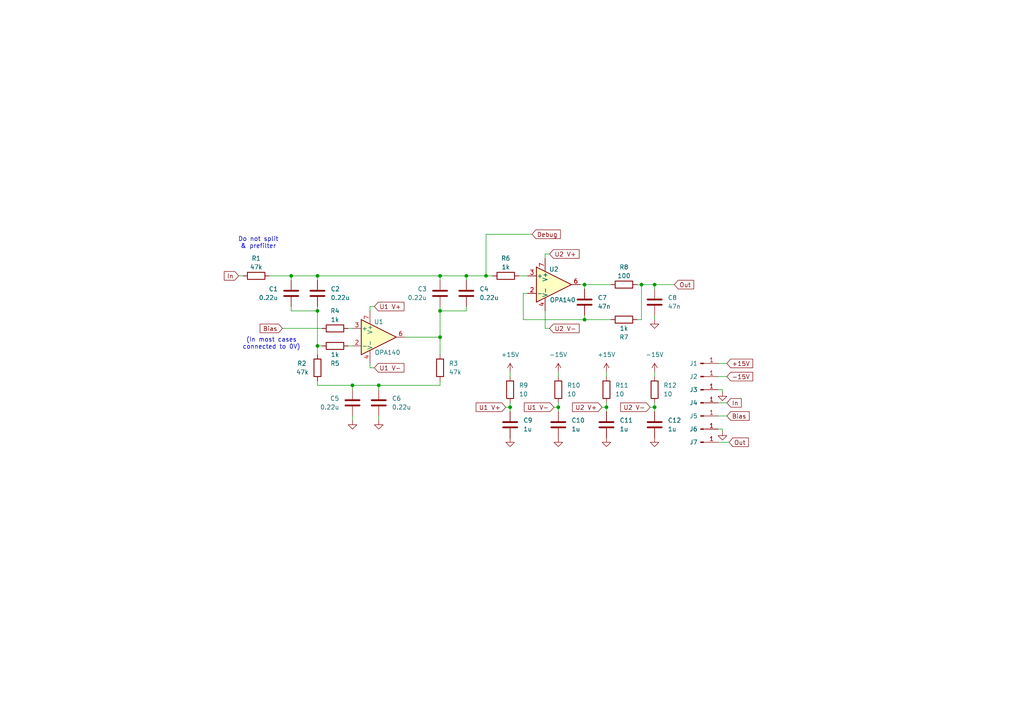
<source format=kicad_sch>
(kicad_sch (version 20231120) (generator "eeschema") (generator_version "8.0")
  (paper "A4")
  (lib_symbols
    (symbol "Amplifier_Operational:OPA188xxD" (pin_names (offset 0.127))
      (property "Reference" "U" (at 0 6.35 0))
      (property "Value" "OPA188xxD" (at 0 3.81 0))
      (symbol "OPA188xxD_0_1"
        (polyline (pts (xy -5.08 5.08) (xy 5.08 0) (xy -5.08 -5.08) (xy -5.08 5.08)) (stroke (width 0.254)) (fill (type background)))
      )
      (symbol "OPA188xxD_1_1"
        (pin no_connect line (at -2.54 2.54 270) (length 2.54) hide (name "NC") (number "1"))
        (pin input line (at -7.62 -2.54 0) (length 2.54) (name "-") (number "2"))
        (pin input line (at -7.62 2.54 0) (length 2.54) (name "+") (number "3"))
        (pin power_in line (at -2.54 -7.62 90) (length 3.81) (name "V-") (number "4"))
        (pin no_connect line (at 0 2.54 270) (length 2.54) hide (name "NC") (number "5"))
        (pin output line (at 7.62 0 180) (length 2.54) (name "~") (number "6"))
        (pin power_in line (at -2.54 7.62 270) (length 3.81) (name "V+") (number "7"))
        (pin no_connect line (at 0 -2.54 90) (length 2.54) hide (name "NC") (number "8"))
      )
    )
    (symbol "Connector:Conn_01x01_Pin" (pin_names (offset 1.016) hide)
      (property "Reference" "J" (at 0 2.54 0))
      (property "Value" "Conn_01x01_Pin" (at 0 -2.54 0))
      (symbol "Conn_01x01_Pin_1_1"
        (polyline (pts (xy 1.27 0) (xy 0.8636 0)) (stroke (width 0.1524)))
        (rectangle (start 0.8636 0.127) (end 0 -0.127) (stroke (width 0.1524)) (fill (type outline)))
        (pin passive line (at 5.08 0 180) (length 3.81) (name "Pin_1") (number "1"))
      )
    )
    (symbol "Device:C" (pin_numbers hide) (pin_names (offset 0.254))
      (property "Reference" "C" (at 0.635 2.54 0))
      (property "Value" "C" (at 0.635 -2.54 0))
      (symbol "C_0_1"
        (polyline (pts (xy -2.032 -0.762) (xy 2.032 -0.762)) (stroke (width 0.508)))
        (polyline (pts (xy -2.032 0.762) (xy 2.032 0.762)) (stroke (width 0.508)))
      )
      (symbol "C_1_1"
        (pin passive line (at 0 3.81 270) (length 2.794) (name "~") (number "1"))
        (pin passive line (at 0 -3.81 90) (length 2.794) (name "~") (number "2"))
      )
    )
    (symbol "Device:R" (pin_numbers hide) (pin_names (offset 0))
      (property "Reference" "R" (at 2.032 0 90))
      (property "Value" "R" (at 0 0 90))
      (symbol "R_0_1"
        (rectangle (start -1.016 -2.54) (end 1.016 2.54) (stroke (width 0.254)))
      )
      (symbol "R_1_1"
        (pin passive line (at 0 3.81 270) (length 1.27) (name "~") (number "1"))
        (pin passive line (at 0 -3.81 90) (length 1.27) (name "~") (number "2"))
      )
    )
    (symbol "OPA188xxD_1" (pin_names (offset 0.127))
      (property "Reference" "U2" (at 0 4.445 0))
      (property "Value" "OPA140" (at 2.54 -4.445 0))
      (symbol "OPA188xxD_1_0_1"
        (polyline (pts (xy -5.08 5.08) (xy 5.08 0) (xy -5.08 -5.08) (xy -5.08 5.08)) (stroke (width 0.254)) (fill (type background)))
      )
      (symbol "OPA188xxD_1_1_1"
        (pin no_connect line (at -2.54 2.54 270) (length 2.54) hide (name "NC") (number "1"))
        (pin input line (at -7.62 -2.54 0) (length 2.54) (name "-") (number "2"))
        (pin input line (at -7.62 2.54 0) (length 2.54) (name "+") (number "3"))
        (pin power_in line (at -2.54 -7.62 90) (length 3.81) (name "V-") (number "4"))
        (pin no_connect line (at 17.78 22.86 270) (length 2.54) hide (name "NC") (number "5"))
        (pin output line (at 7.62 0 180) (length 2.54) (name "~") (number "6"))
        (pin power_in line (at -2.54 7.62 270) (length 3.81) (name "V+") (number "7"))
        (pin passive line (at 26.67 17.78 90) (length 2.54) hide (name "NC") (number "8"))
      )
    )
    (symbol "power:+15V" (power) (pin_names (offset 0))
      (property "Value" "+15V" (at 0 3.556 0))
      (symbol "+15V_0_1"
        (polyline (pts (xy -0.762 1.27) (xy 0 2.54)))
        (polyline (pts (xy 0 0) (xy 0 2.54)))
        (polyline (pts (xy 0 2.54) (xy 0.762 1.27)))
      )
      (symbol "+15V_1_1"
        (pin power_in line (at 0 0 90) (length 0) hide (name "+15V") (number "1"))
      )
    )
    (symbol "power:GND" (power) (pin_names (offset 0))
      (property "Value" "GND" (at 0 -3.81 0))
      (symbol "GND_0_1"
        (polyline (pts (xy 0 0) (xy 0 -1.27) (xy 1.27 -1.27) (xy 0 -2.54) (xy -1.27 -1.27) (xy 0 -1.27)))
      )
      (symbol "GND_1_1"
        (pin power_in line (at 0 0 270) (length 0) hide (name "GND") (number "1"))
      )
    )
  )
  (junction (at 189.865 118.11))
  (junction (at 140.97 80.01))
  (junction (at 102.235 111.76))
  (junction (at 186.055 82.55))
  (junction (at 189.865 82.55))
  (junction (at 92.075 80.01))
  (junction (at 92.075 90.17))
  (junction (at 169.545 82.55))
  (junction (at 92.075 100.33))
  (junction (at 147.955 118.11))
  (junction (at 127.635 90.17))
  (junction (at 127.635 97.79))
  (junction (at 135.255 80.01))
  (junction (at 84.455 80.01))
  (junction (at 127.635 80.01))
  (junction (at 169.545 92.71))
  (junction (at 109.855 111.76))
  (junction (at 161.925 118.11))
  (junction (at 175.895 118.11))
  (wire (pts (xy 184.785 92.71) (xy 186.055 92.71)))
  (wire (pts (xy 84.455 90.17) (xy 92.075 90.17)))
  (wire (pts (xy 140.97 80.01) (xy 142.875 80.01)))
  (wire (pts (xy 208.28 105.41) (xy 210.82 105.41)))
  (wire (pts (xy 175.895 118.11) (xy 175.895 119.38)))
  (wire (pts (xy 92.075 90.17) (xy 92.075 100.33)))
  (wire (pts (xy 158.115 90.17) (xy 158.115 95.25)))
  (wire (pts (xy 135.255 88.9) (xy 135.255 90.17)))
  (wire (pts (xy 169.545 91.44) (xy 169.545 92.71)))
  (wire (pts (xy 107.315 88.9) (xy 108.585 88.9)))
  (wire (pts (xy 93.345 95.25) (xy 81.915 95.25)))
  (wire (pts (xy 107.315 106.68) (xy 107.315 105.41)))
  (wire (pts (xy 135.255 80.01) (xy 140.97 80.01)))
  (wire (pts (xy 160.655 118.11) (xy 161.925 118.11)))
  (wire (pts (xy 109.855 120.65) (xy 109.855 121.92)))
  (wire (pts (xy 102.235 95.25) (xy 100.965 95.25)))
  (wire (pts (xy 92.075 111.76) (xy 102.235 111.76)))
  (wire (pts (xy 189.865 82.55) (xy 195.58 82.55)))
  (wire (pts (xy 208.28 128.27) (xy 211.455 128.27)))
  (wire (pts (xy 161.925 116.84) (xy 161.925 118.11)))
  (wire (pts (xy 92.075 100.33) (xy 92.075 102.87)))
  (wire (pts (xy 151.765 85.09) (xy 151.765 92.71)))
  (wire (pts (xy 174.625 118.11) (xy 175.895 118.11)))
  (wire (pts (xy 92.075 88.9) (xy 92.075 90.17)))
  (wire (pts (xy 169.545 83.82) (xy 169.545 82.55)))
  (wire (pts (xy 184.785 82.55) (xy 186.055 82.55)))
  (wire (pts (xy 108.585 106.68) (xy 107.315 106.68)))
  (wire (pts (xy 158.115 73.66) (xy 158.115 74.93)))
  (wire (pts (xy 175.895 107.95) (xy 175.895 109.22)))
  (wire (pts (xy 189.865 118.11) (xy 189.865 119.38)))
  (wire (pts (xy 161.925 107.95) (xy 161.925 109.22)))
  (wire (pts (xy 158.115 95.25) (xy 159.385 95.25)))
  (wire (pts (xy 208.28 113.03) (xy 209.55 113.03)))
  (wire (pts (xy 208.28 120.65) (xy 210.82 120.65)))
  (wire (pts (xy 175.895 116.84) (xy 175.895 118.11)))
  (wire (pts (xy 208.28 124.46) (xy 209.55 124.46)))
  (wire (pts (xy 208.28 109.22) (xy 210.82 109.22)))
  (wire (pts (xy 127.635 90.17) (xy 127.635 97.79)))
  (wire (pts (xy 127.635 88.9) (xy 127.635 90.17)))
  (wire (pts (xy 109.855 111.76) (xy 127.635 111.76)))
  (wire (pts (xy 151.765 92.71) (xy 169.545 92.71)))
  (wire (pts (xy 107.315 90.17) (xy 107.315 88.9)))
  (wire (pts (xy 140.97 67.945) (xy 140.97 80.01)))
  (wire (pts (xy 159.385 73.66) (xy 158.115 73.66)))
  (wire (pts (xy 109.855 111.76) (xy 109.855 113.03)))
  (wire (pts (xy 146.685 118.11) (xy 147.955 118.11)))
  (wire (pts (xy 84.455 80.01) (xy 92.075 80.01)))
  (wire (pts (xy 102.235 111.76) (xy 109.855 111.76)))
  (wire (pts (xy 208.28 116.84) (xy 210.82 116.84)))
  (wire (pts (xy 189.865 116.84) (xy 189.865 118.11)))
  (wire (pts (xy 161.925 118.11) (xy 161.925 119.38)))
  (wire (pts (xy 135.255 80.01) (xy 135.255 81.28)))
  (wire (pts (xy 188.595 118.11) (xy 189.865 118.11)))
  (wire (pts (xy 147.955 118.11) (xy 147.955 119.38)))
  (wire (pts (xy 78.105 80.01) (xy 84.455 80.01)))
  (wire (pts (xy 84.455 88.9) (xy 84.455 90.17)))
  (wire (pts (xy 92.075 111.76) (xy 92.075 110.49)))
  (wire (pts (xy 93.345 100.33) (xy 92.075 100.33)))
  (wire (pts (xy 102.235 100.33) (xy 100.965 100.33)))
  (wire (pts (xy 147.955 116.84) (xy 147.955 118.11)))
  (wire (pts (xy 127.635 90.17) (xy 135.255 90.17)))
  (wire (pts (xy 102.235 111.76) (xy 102.235 113.03)))
  (wire (pts (xy 168.275 82.55) (xy 169.545 82.55)))
  (wire (pts (xy 147.955 107.95) (xy 147.955 109.22)))
  (wire (pts (xy 189.865 82.55) (xy 189.865 83.82)))
  (wire (pts (xy 92.075 81.28) (xy 92.075 80.01)))
  (wire (pts (xy 92.075 80.01) (xy 127.635 80.01)))
  (wire (pts (xy 127.635 111.76) (xy 127.635 110.49)))
  (wire (pts (xy 127.635 97.79) (xy 127.635 102.87)))
  (wire (pts (xy 189.865 91.44) (xy 189.865 92.71)))
  (wire (pts (xy 102.235 120.65) (xy 102.235 121.92)))
  (wire (pts (xy 153.035 85.09) (xy 151.765 85.09)))
  (wire (pts (xy 117.475 97.79) (xy 127.635 97.79)))
  (wire (pts (xy 189.865 107.95) (xy 189.865 109.22)))
  (wire (pts (xy 186.055 82.55) (xy 189.865 82.55)))
  (wire (pts (xy 140.97 67.945) (xy 154.305 67.945)))
  (wire (pts (xy 209.55 124.46) (xy 209.55 125.095)))
  (wire (pts (xy 84.455 81.28) (xy 84.455 80.01)))
  (wire (pts (xy 150.495 80.01) (xy 153.035 80.01)))
  (wire (pts (xy 169.545 82.55) (xy 177.165 82.55)))
  (wire (pts (xy 69.215 80.01) (xy 70.485 80.01)))
  (wire (pts (xy 209.55 113.03) (xy 209.55 113.665)))
  (wire (pts (xy 127.635 80.01) (xy 127.635 81.28)))
  (wire (pts (xy 169.545 92.71) (xy 177.165 92.71)))
  (wire (pts (xy 186.055 82.55) (xy 186.055 92.71)))
  (wire (pts (xy 127.635 80.01) (xy 135.255 80.01)))
  (text "(In most cases\nconnected to 0V)" (at 78.74 99.695 0) (effects (font (size 1.27 1.27))))
  (text "Do not split\n& prefilter" (at 74.93 70.485 0) (effects (font (size 1.27 1.27))))
  (global_label "U2 V+" (shape input) (at 159.385 73.66 0) (property "Intersheetrefs" "${INTERSHEET_REFS}" (effects (hide yes))))
  (global_label "Bias" (shape input) (at 81.915 95.25 180) (property "Intersheetrefs" "${INTERSHEET_REFS}" (effects (hide yes))))
  (global_label "U2 V-" (shape input) (at 188.595 118.11 180) (property "Intersheetrefs" "${INTERSHEET_REFS}" (effects (hide yes))))
  (global_label "In" (shape input) (at 210.82 116.84 0) (property "Intersheetrefs" "${INTERSHEET_REFS}" (effects (hide yes))))
  (global_label "U1 V-" (shape input) (at 108.585 106.68 0) (property "Intersheetrefs" "${INTERSHEET_REFS}" (effects (hide yes))))
  (global_label "Bias" (shape input) (at 210.82 120.65 0) (property "Intersheetrefs" "${INTERSHEET_REFS}" (effects (hide yes))))
  (global_label "Debug" (shape input) (at 154.305 67.945 0) (property "Intersheetrefs" "${INTERSHEET_REFS}" (effects (hide yes))))
  (global_label "Out" (shape input) (at 211.455 128.27 0) (property "Intersheetrefs" "${INTERSHEET_REFS}" (effects (hide yes))))
  (global_label "-15V" (shape input) (at 210.82 109.22 0) (property "Intersheetrefs" "${INTERSHEET_REFS}" (effects (hide yes))))
  (global_label "U1 V+" (shape input) (at 108.585 88.9 0) (property "Intersheetrefs" "${INTERSHEET_REFS}" (effects (hide yes))))
  (global_label "+15V" (shape input) (at 210.82 105.41 0) (property "Intersheetrefs" "${INTERSHEET_REFS}" (effects (hide yes))))
  (global_label "In" (shape input) (at 69.215 80.01 180) (property "Intersheetrefs" "${INTERSHEET_REFS}" (effects (hide yes))))
  (global_label "U1 V-" (shape input) (at 160.655 118.11 180) (property "Intersheetrefs" "${INTERSHEET_REFS}" (effects (hide yes))))
  (global_label "U2 V-" (shape input) (at 159.385 95.25 0) (property "Intersheetrefs" "${INTERSHEET_REFS}" (effects (hide yes))))
  (global_label "Out" (shape input) (at 195.58 82.55 0) (property "Intersheetrefs" "${INTERSHEET_REFS}" (effects (hide yes))))
  (global_label "U1 V+" (shape input) (at 146.685 118.11 180) (property "Intersheetrefs" "${INTERSHEET_REFS}" (effects (hide yes))))
  (global_label "U2 V+" (shape input) (at 174.625 118.11 180) (property "Intersheetrefs" "${INTERSHEET_REFS}" (effects (hide yes))))
  (symbol (lib_id "Device:R") (at 146.685 80.01 90) (unit 1)
    (property "Reference" "R6" (at 146.685 74.93 90))
    (property "Value" "1k" (at 146.685 77.47 90))
    (property "Footprint" "Resistor_SMD:R_0603_1608Metric_Pad0.98x0.95mm_HandSolder" (effects (hide yes)))
    (property "Description" "Resistor" (effects (hide yes)))
  )
  (symbol (lib_id "power:GND") (at 109.855 121.92 0) (unit 1)
    (property "Reference" "#PWR07" (effects (hide yes)))
    (property "Value" "GND" (effects (hide yes)))
    (property "Description" "Power symbol creates a global label with name \"GND\" , ground" (effects (hide yes)))
  )
  (symbol (lib_id "Device:R") (at 97.155 95.25 90) (unit 1)
    (property "Reference" "R4" (at 97.155 90.17 90))
    (property "Value" "1k" (at 97.155 92.71 90))
    (property "Footprint" "Resistor_SMD:R_0603_1608Metric_Pad0.98x0.95mm_HandSolder" (effects (hide yes)))
    (property "Description" "Resistor" (effects (hide yes)))
  )
  (symbol (lib_id "Device:R") (at 74.295 80.01 90) (unit 1)
    (property "Reference" "R1" (at 74.295 74.93 90))
    (property "Value" "47k" (at 74.295 77.47 90))
    (property "Footprint" "Resistor_SMD:R_0805_2012Metric_Pad1.20x1.40mm_HandSolder" (effects (hide yes)))
    (property "Description" "Resistor" (effects (hide yes)))
  )
  (symbol (lib_id "power:+15V") (at 147.955 107.95 0) (unit 1)
    (property "Reference" "#PWR03" (effects (hide yes)))
    (property "Value" "+15V" (at 147.955 102.87 0))
    (property "Description" "Power symbol creates a global label with name \"+15V\"" (effects (hide yes)))
  )
  (symbol (lib_id "power:GND") (at 175.895 127 0) (unit 1)
    (property "Reference" "#PWR011" (effects (hide yes)))
    (property "Value" "GND" (effects (hide yes)))
    (property "Description" "Power symbol creates a global label with name \"GND\" , ground" (effects (hide yes)))
  )
  (symbol (lib_id "Device:C") (at 189.865 123.19 0) (unit 1)
    (property "Reference" "C12" (at 193.675 121.9199 0) (effects (justify left)))
    (property "Value" "1u" (at 193.675 124.4599 0) (effects (justify left)))
    (property "Footprint" "Resistor_SMD:R_0603_1608Metric_Pad0.98x0.95mm_HandSolder" (effects (hide yes)))
    (property "Description" "Unpolarized capacitor" (effects (hide yes)))
  )
  (symbol (lib_id "Device:R") (at 189.865 113.03 0) (unit 1)
    (property "Reference" "R12" (at 192.405 111.7599 0) (effects (justify left)))
    (property "Value" "10" (at 192.405 114.2999 0) (effects (justify left)))
    (property "Footprint" "Resistor_SMD:R_0603_1608Metric_Pad0.98x0.95mm_HandSolder" (effects (hide yes)))
    (property "Description" "Resistor" (effects (hide yes)))
  )
  (symbol (lib_id "Device:R") (at 97.155 100.33 90) (mirror x) (unit 1)
    (property "Reference" "R5" (at 97.155 105.41 90))
    (property "Value" "1k" (at 97.155 102.87 90))
    (property "Footprint" "Resistor_SMD:R_0603_1608Metric_Pad0.98x0.95mm_HandSolder" (effects (hide yes)))
    (property "Description" "Resistor" (effects (hide yes)))
  )
  (symbol (lib_id "power:GND") (at 209.55 125.095 0) (unit 1)
    (property "Reference" "#PWR01" (effects (hide yes)))
    (property "Value" "GND" (effects (hide yes)))
    (property "Description" "Power symbol creates a global label with name \"GND\" , ground" (effects (hide yes)))
  )
  (symbol (lib_id "power:GND") (at 189.865 92.71 0) (unit 1)
    (property "Reference" "#PWR09" (effects (hide yes)))
    (property "Value" "GND" (effects (hide yes)))
    (property "Description" "Power symbol creates a global label with name \"GND\" , ground" (effects (hide yes)))
  )
  (symbol (lib_id "power:GND") (at 209.55 113.665 0) (unit 1)
    (property "Reference" "#PWR08" (effects (hide yes)))
    (property "Value" "GND" (effects (hide yes)))
    (property "Description" "Power symbol creates a global label with name \"GND\" , ground" (effects (hide yes)))
  )
  (symbol (lib_id "power:GND") (at 189.865 127 0) (unit 1)
    (property "Reference" "#PWR013" (effects (hide yes)))
    (property "Value" "GND" (effects (hide yes)))
    (property "Description" "Power symbol creates a global label with name \"GND\" , ground" (effects (hide yes)))
  )
  (symbol (lib_id "Connector:Conn_01x01_Pin") (at 203.2 128.27 0) (unit 1)
    (property "Reference" "J7" (at 201.168 128.27 0))
    (property "Value" "Conn_01x01_Pin" (effects (hide yes)))
    (property "Footprint" "Manhattan:Manhattan-2mm" (effects (hide yes)))
    (property "Description" "Generic connector, single row, 01x01, script generated" (effects (hide yes)))
  )
  (symbol (lib_id "power:GND") (at 102.235 121.92 0) (unit 1)
    (property "Reference" "#PWR02" (effects (hide yes)))
    (property "Value" "GND" (effects (hide yes)))
    (property "Description" "Power symbol creates a global label with name \"GND\" , ground" (effects (hide yes)))
  )
  (symbol (lib_id "Device:C") (at 175.895 123.19 0) (unit 1)
    (property "Reference" "C11" (at 179.705 121.9199 0) (effects (justify left)))
    (property "Value" "1u" (at 179.705 124.4599 0) (effects (justify left)))
    (property "Footprint" "Resistor_SMD:R_0603_1608Metric_Pad0.98x0.95mm_HandSolder" (effects (hide yes)))
    (property "Description" "Unpolarized capacitor" (effects (hide yes)))
  )
  (symbol (lib_id "power:GND") (at 147.955 127 0) (unit 1)
    (property "Reference" "#PWR04" (effects (hide yes)))
    (property "Value" "GND" (effects (hide yes)))
    (property "Description" "Power symbol creates a global label with name \"GND\" , ground" (effects (hide yes)))
  )
  (symbol (lib_id "Device:R") (at 180.975 92.71 90) (mirror x) (unit 1)
    (property "Reference" "R7" (at 180.975 97.79 90))
    (property "Value" "1k" (at 180.975 95.25 90))
    (property "Footprint" "Resistor_SMD:R_0603_1608Metric_Pad0.98x0.95mm_HandSolder" (effects (hide yes)))
    (property "Description" "Resistor" (effects (hide yes)))
  )
  (symbol (lib_id "Connector:Conn_01x01_Pin") (at 203.2 120.65 0) (unit 1)
    (property "Reference" "J5" (at 201.168 120.65 0))
    (property "Value" "Conn_01x01_Pin" (effects (hide yes)))
    (property "Footprint" "Manhattan:Manhattan-2mm" (effects (hide yes)))
    (property "Description" "Generic connector, single row, 01x01, script generated" (effects (hide yes)))
  )
  (symbol (lib_id "Device:C") (at 147.955 123.19 0) (unit 1)
    (property "Reference" "C9" (at 151.765 121.9199 0) (effects (justify left)))
    (property "Value" "1u" (at 151.765 124.4599 0) (effects (justify left)))
    (property "Footprint" "Resistor_SMD:R_0603_1608Metric_Pad0.98x0.95mm_HandSolder" (effects (hide yes)))
    (property "Description" "Unpolarized capacitor" (effects (hide yes)))
  )
  (symbol (lib_id "Connector:Conn_01x01_Pin") (at 203.2 124.46 0) (unit 1)
    (property "Reference" "J6" (at 201.168 124.46 0))
    (property "Value" "Conn_01x01_Pin" (effects (hide yes)))
    (property "Footprint" "Manhattan:Manhattan-2mm" (effects (hide yes)))
    (property "Description" "Generic connector, single row, 01x01, script generated" (effects (hide yes)))
  )
  (symbol (lib_id "Device:R") (at 161.925 113.03 0) (unit 1)
    (property "Reference" "R10" (at 164.465 111.7599 0) (effects (justify left)))
    (property "Value" "10" (at 164.465 114.2999 0) (effects (justify left)))
    (property "Footprint" "Resistor_SMD:R_0603_1608Metric_Pad0.98x0.95mm_HandSolder" (effects (hide yes)))
    (property "Description" "Resistor" (effects (hide yes)))
  )
  (symbol (lib_id "Device:C") (at 135.255 85.09 0) (unit 1)
    (property "Reference" "C4" (at 139.065 83.8199 0) (effects (justify left)))
    (property "Value" "0.22u" (at 139.065 86.3599 0) (effects (justify left)))
    (property "Footprint" "Capacitor_SMD:C_1812_4532Metric_Pad1.57x3.40mm_HandSolder" (effects (hide yes)))
    (property "Description" "Unpolarized capacitor" (effects (hide yes)))
  )
  (symbol (lib_id "Connector:Conn_01x01_Pin") (at 203.2 113.03 0) (unit 1)
    (property "Reference" "J3" (at 201.168 113.03 0))
    (property "Value" "Conn_01x01_Pin" (effects (hide yes)))
    (property "Footprint" "Manhattan:Manhattan-2mm" (effects (hide yes)))
    (property "Description" "Generic connector, single row, 01x01, script generated" (effects (hide yes)))
  )
  (symbol (lib_id "Connector:Conn_01x01_Pin") (at 203.2 109.22 0) (unit 1)
    (property "Reference" "J2" (at 201.168 109.22 0))
    (property "Value" "Conn_01x01_Pin" (effects (hide yes)))
    (property "Footprint" "Manhattan:Manhattan-2mm" (effects (hide yes)))
    (property "Description" "Generic connector, single row, 01x01, script generated" (effects (hide yes)))
  )
  (symbol (lib_name "OPA188xxD_1") (lib_id "Amplifier_Operational:OPA188xxD") (at 160.655 82.55 0) (unit 1)
    (property "Reference" "U2" (at 160.655 78.105 0))
    (property "Value" "OPA140" (at 163.195 86.995 0))
    (property "Footprint" "Package_SO:SOIC-8_3.9x4.9mm_P1.27mm" (effects (hide yes)))
    (property "Datasheet" "http://www.ti.com/lit/ds/symlink/opa188.pdf" (effects (hide yes)))
    (property "Description" "Precision, Low-Noise, Rail-to-Rail Output, 36-V, Zero-Drift Operational Amplifier, SOIC-8" (effects (hide yes)))
  )
  (symbol (lib_id "Device:C") (at 161.925 123.19 0) (unit 1)
    (property "Reference" "C10" (at 165.735 121.9199 0) (effects (justify left)))
    (property "Value" "1u" (at 165.735 124.4599 0) (effects (justify left)))
    (property "Footprint" "Resistor_SMD:R_0603_1608Metric_Pad0.98x0.95mm_HandSolder" (effects (hide yes)))
    (property "Description" "Unpolarized capacitor" (effects (hide yes)))
  )
  (symbol (lib_id "Device:R") (at 92.075 106.68 0) (mirror y) (unit 1)
    (property "Reference" "R2" (at 88.9 105.41 0) (effects (justify left)))
    (property "Value" "47k" (at 89.535 107.9499 0) (effects (justify left)))
    (property "Footprint" "Resistor_SMD:R_0805_2012Metric_Pad1.20x1.40mm_HandSolder" (effects (hide yes)))
    (property "Description" "Resistor" (effects (hide yes)))
  )
  (symbol (lib_id "Device:C") (at 127.635 85.09 0) (mirror y) (unit 1)
    (property "Reference" "C3" (at 123.825 83.82 0) (effects (justify left)))
    (property "Value" "0.22u" (at 123.825 86.36 0) (effects (justify left)))
    (property "Footprint" "Capacitor_SMD:C_1812_4532Metric_Pad1.57x3.40mm_HandSolder" (effects (hide yes)))
    (property "Description" "Unpolarized capacitor" (effects (hide yes)))
  )
  (symbol (lib_id "Connector:Conn_01x01_Pin") (at 203.2 116.84 0) (unit 1)
    (property "Reference" "J4" (at 201.168 116.84 0))
    (property "Value" "Conn_01x01_Pin" (effects (hide yes)))
    (property "Footprint" "Manhattan:Manhattan-2mm" (effects (hide yes)))
    (property "Description" "Generic connector, single row, 01x01, script generated" (effects (hide yes)))
  )
  (symbol (lib_id "power:+15V") (at 189.865 107.95 0) (unit 1)
    (property "Reference" "#PWR012" (effects (hide yes)))
    (property "Value" "-15V" (at 189.865 102.87 0))
    (property "Description" "Power symbol creates a global label with name \"+15V\"" (effects (hide yes)))
  )
  (symbol (lib_id "power:GND") (at 161.925 127 0) (unit 1)
    (property "Reference" "#PWR06" (effects (hide yes)))
    (property "Value" "GND" (effects (hide yes)))
    (property "Description" "Power symbol creates a global label with name \"GND\" , ground" (effects (hide yes)))
  )
  (symbol (lib_id "power:+15V") (at 161.925 107.95 0) (unit 1)
    (property "Reference" "#PWR05" (effects (hide yes)))
    (property "Value" "-15V" (at 161.925 102.87 0))
    (property "Description" "Power symbol creates a global label with name \"+15V\"" (effects (hide yes)))
  )
  (symbol (lib_id "Device:R") (at 180.975 82.55 90) (unit 1)
    (property "Reference" "R8" (at 180.975 77.47 90))
    (property "Value" "100" (at 180.975 80.01 90))
    (property "Footprint" "Resistor_SMD:R_0603_1608Metric_Pad0.98x0.95mm_HandSolder" (effects (hide yes)))
    (property "Description" "Resistor" (effects (hide yes)))
  )
  (symbol (lib_id "Device:R") (at 175.895 113.03 0) (unit 1)
    (property "Reference" "R11" (at 178.435 111.7599 0) (effects (justify left)))
    (property "Value" "10" (at 178.435 114.2999 0) (effects (justify left)))
    (property "Footprint" "Resistor_SMD:R_0603_1608Metric_Pad0.98x0.95mm_HandSolder" (effects (hide yes)))
    (property "Description" "Resistor" (effects (hide yes)))
  )
  (symbol (lib_id "Device:C") (at 189.865 87.63 0) (unit 1)
    (property "Reference" "C8" (at 193.675 86.3599 0) (effects (justify left)))
    (property "Value" "47n" (at 193.675 88.8999 0) (effects (justify left)))
    (property "Footprint" "Resistor_SMD:R_0603_1608Metric_Pad0.98x0.95mm_HandSolder" (effects (hide yes)))
    (property "Description" "Unpolarized capacitor" (effects (hide yes)))
  )
  (symbol (lib_id "Device:R") (at 147.955 113.03 0) (unit 1)
    (property "Reference" "R9" (at 150.495 111.7599 0) (effects (justify left)))
    (property "Value" "10" (at 150.495 114.2999 0) (effects (justify left)))
    (property "Footprint" "Resistor_SMD:R_0603_1608Metric_Pad0.98x0.95mm_HandSolder" (effects (hide yes)))
    (property "Description" "Resistor" (effects (hide yes)))
  )
  (symbol (lib_id "Amplifier_Operational:OPA188xxD") (at 109.855 97.79 0) (unit 1)
    (property "Reference" "U1" (at 109.855 93.345 0))
    (property "Value" "OPA140" (at 112.395 102.235 0))
    (property "Footprint" "Package_SO:SOIC-8_3.9x4.9mm_P1.27mm" (effects (hide yes)))
  )
  (symbol (lib_id "Device:C") (at 84.455 85.09 0) (mirror y) (unit 1)
    (property "Reference" "C1" (at 80.645 83.8199 0) (effects (justify left)))
    (property "Value" "0.22u" (at 80.645 86.3599 0) (effects (justify left)))
    (property "Footprint" "Capacitor_SMD:C_1812_4532Metric_Pad1.57x3.40mm_HandSolder" (effects (hide yes)))
    (property "Description" "Unpolarized capacitor" (effects (hide yes)))
  )
  (symbol (lib_id "Device:C") (at 102.235 116.84 0) (mirror y) (unit 1)
    (property "Reference" "C5" (at 98.425 115.5699 0) (effects (justify left)))
    (property "Value" "0.22u" (at 98.425 118.1099 0) (effects (justify left)))
    (property "Footprint" "Capacitor_SMD:C_1812_4532Metric_Pad1.57x3.40mm_HandSolder" (effects (hide yes)))
    (property "Description" "Unpolarized capacitor" (effects (hide yes)))
  )
  (symbol (lib_id "power:+15V") (at 175.895 107.95 0) (unit 1)
    (property "Reference" "#PWR010" (effects (hide yes)))
    (property "Value" "+15V" (at 175.895 102.87 0))
    (property "Description" "Power symbol creates a global label with name \"+15V\"" (effects (hide yes)))
  )
  (symbol (lib_id "Device:R") (at 127.635 106.68 0) (unit 1)
    (property "Reference" "R3" (at 130.175 105.4099 0) (effects (justify left)))
    (property "Value" "47k" (at 130.175 107.9499 0) (effects (justify left)))
    (property "Footprint" "Resistor_SMD:R_0805_2012Metric_Pad1.20x1.40mm_HandSolder" (effects (hide yes)))
    (property "Description" "Resistor" (effects (hide yes)))
  )
  (symbol (lib_id "Device:C") (at 109.855 116.84 0) (unit 1)
    (property "Reference" "C6" (at 113.665 115.57 0) (effects (justify left)))
    (property "Value" "0.22u" (at 113.665 118.1099 0) (effects (justify left)))
    (property "Footprint" "Capacitor_SMD:C_1812_4532Metric_Pad1.57x3.40mm_HandSolder" (effects (hide yes)))
    (property "Description" "Unpolarized capacitor" (effects (hide yes)))
  )
  (symbol (lib_id "Device:C") (at 92.075 85.09 0) (unit 1)
    (property "Reference" "C2" (at 95.885 83.82 0) (effects (justify left)))
    (property "Value" "0.22u" (at 95.885 86.36 0) (effects (justify left)))
    (property "Footprint" "Capacitor_SMD:C_1812_4532Metric_Pad1.57x3.40mm_HandSolder" (effects (hide yes)))
    (property "Description" "Unpolarized capacitor" (effects (hide yes)))
  )
  (symbol (lib_id "Connector:Conn_01x01_Pin") (at 203.2 105.41 0) (unit 1)
    (property "Reference" "J1" (at 201.168 105.41 0))
    (property "Value" "Conn_01x01_Pin" (effects (hide yes)))
    (property "Footprint" "Manhattan:Manhattan-2mm" (effects (hide yes)))
    (property "Description" "Generic connector, single row, 01x01, script generated" (effects (hide yes)))
  )
  (symbol (lib_id "Device:C") (at 169.545 87.63 0) (unit 1)
    (property "Reference" "C7" (at 173.355 86.3599 0) (effects (justify left)))
    (property "Value" "47n" (at 173.355 88.8999 0) (effects (justify left)))
    (property "Footprint" "Resistor_SMD:R_0603_1608Metric_Pad0.98x0.95mm_HandSolder" (effects (hide yes)))
    (property "Description" "Unpolarized capacitor" (effects (hide yes)))
  )
)
</source>
